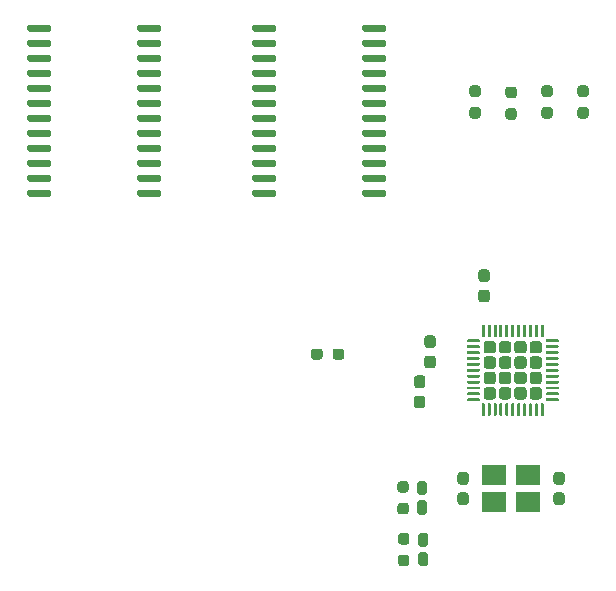
<source format=gbr>
%TF.GenerationSoftware,KiCad,Pcbnew,(5.1.9)-1*%
%TF.CreationDate,2022-01-24T16:54:11-08:00*%
%TF.ProjectId,pspMidi,7073704d-6964-4692-9e6b-696361645f70,rev?*%
%TF.SameCoordinates,Original*%
%TF.FileFunction,Paste,Top*%
%TF.FilePolarity,Positive*%
%FSLAX46Y46*%
G04 Gerber Fmt 4.6, Leading zero omitted, Abs format (unit mm)*
G04 Created by KiCad (PCBNEW (5.1.9)-1) date 2022-01-24 16:54:11*
%MOMM*%
%LPD*%
G01*
G04 APERTURE LIST*
%ADD10R,2.100000X1.800000*%
G04 APERTURE END LIST*
%TO.C,C5*%
G36*
G01*
X218423500Y-82579500D02*
X217948500Y-82579500D01*
G75*
G02*
X217711000Y-82342000I0J237500D01*
G01*
X217711000Y-81742000D01*
G75*
G02*
X217948500Y-81504500I237500J0D01*
G01*
X218423500Y-81504500D01*
G75*
G02*
X218661000Y-81742000I0J-237500D01*
G01*
X218661000Y-82342000D01*
G75*
G02*
X218423500Y-82579500I-237500J0D01*
G01*
G37*
G36*
G01*
X218423500Y-84304500D02*
X217948500Y-84304500D01*
G75*
G02*
X217711000Y-84067000I0J237500D01*
G01*
X217711000Y-83467000D01*
G75*
G02*
X217948500Y-83229500I237500J0D01*
G01*
X218423500Y-83229500D01*
G75*
G02*
X218661000Y-83467000I0J-237500D01*
G01*
X218661000Y-84067000D01*
G75*
G02*
X218423500Y-84304500I-237500J0D01*
G01*
G37*
%TD*%
D10*
%TO.C,Y1*%
X226494000Y-95638000D03*
X223594000Y-95638000D03*
X223594000Y-93338000D03*
X226494000Y-93338000D03*
%TD*%
%TO.C,U3*%
G36*
G01*
X193363000Y-55649000D02*
X193363000Y-55349000D01*
G75*
G02*
X193513000Y-55199000I150000J0D01*
G01*
X195263000Y-55199000D01*
G75*
G02*
X195413000Y-55349000I0J-150000D01*
G01*
X195413000Y-55649000D01*
G75*
G02*
X195263000Y-55799000I-150000J0D01*
G01*
X193513000Y-55799000D01*
G75*
G02*
X193363000Y-55649000I0J150000D01*
G01*
G37*
G36*
G01*
X193363000Y-56919000D02*
X193363000Y-56619000D01*
G75*
G02*
X193513000Y-56469000I150000J0D01*
G01*
X195263000Y-56469000D01*
G75*
G02*
X195413000Y-56619000I0J-150000D01*
G01*
X195413000Y-56919000D01*
G75*
G02*
X195263000Y-57069000I-150000J0D01*
G01*
X193513000Y-57069000D01*
G75*
G02*
X193363000Y-56919000I0J150000D01*
G01*
G37*
G36*
G01*
X193363000Y-58189000D02*
X193363000Y-57889000D01*
G75*
G02*
X193513000Y-57739000I150000J0D01*
G01*
X195263000Y-57739000D01*
G75*
G02*
X195413000Y-57889000I0J-150000D01*
G01*
X195413000Y-58189000D01*
G75*
G02*
X195263000Y-58339000I-150000J0D01*
G01*
X193513000Y-58339000D01*
G75*
G02*
X193363000Y-58189000I0J150000D01*
G01*
G37*
G36*
G01*
X193363000Y-59459000D02*
X193363000Y-59159000D01*
G75*
G02*
X193513000Y-59009000I150000J0D01*
G01*
X195263000Y-59009000D01*
G75*
G02*
X195413000Y-59159000I0J-150000D01*
G01*
X195413000Y-59459000D01*
G75*
G02*
X195263000Y-59609000I-150000J0D01*
G01*
X193513000Y-59609000D01*
G75*
G02*
X193363000Y-59459000I0J150000D01*
G01*
G37*
G36*
G01*
X193363000Y-60729000D02*
X193363000Y-60429000D01*
G75*
G02*
X193513000Y-60279000I150000J0D01*
G01*
X195263000Y-60279000D01*
G75*
G02*
X195413000Y-60429000I0J-150000D01*
G01*
X195413000Y-60729000D01*
G75*
G02*
X195263000Y-60879000I-150000J0D01*
G01*
X193513000Y-60879000D01*
G75*
G02*
X193363000Y-60729000I0J150000D01*
G01*
G37*
G36*
G01*
X193363000Y-61999000D02*
X193363000Y-61699000D01*
G75*
G02*
X193513000Y-61549000I150000J0D01*
G01*
X195263000Y-61549000D01*
G75*
G02*
X195413000Y-61699000I0J-150000D01*
G01*
X195413000Y-61999000D01*
G75*
G02*
X195263000Y-62149000I-150000J0D01*
G01*
X193513000Y-62149000D01*
G75*
G02*
X193363000Y-61999000I0J150000D01*
G01*
G37*
G36*
G01*
X193363000Y-63269000D02*
X193363000Y-62969000D01*
G75*
G02*
X193513000Y-62819000I150000J0D01*
G01*
X195263000Y-62819000D01*
G75*
G02*
X195413000Y-62969000I0J-150000D01*
G01*
X195413000Y-63269000D01*
G75*
G02*
X195263000Y-63419000I-150000J0D01*
G01*
X193513000Y-63419000D01*
G75*
G02*
X193363000Y-63269000I0J150000D01*
G01*
G37*
G36*
G01*
X193363000Y-64539000D02*
X193363000Y-64239000D01*
G75*
G02*
X193513000Y-64089000I150000J0D01*
G01*
X195263000Y-64089000D01*
G75*
G02*
X195413000Y-64239000I0J-150000D01*
G01*
X195413000Y-64539000D01*
G75*
G02*
X195263000Y-64689000I-150000J0D01*
G01*
X193513000Y-64689000D01*
G75*
G02*
X193363000Y-64539000I0J150000D01*
G01*
G37*
G36*
G01*
X193363000Y-65809000D02*
X193363000Y-65509000D01*
G75*
G02*
X193513000Y-65359000I150000J0D01*
G01*
X195263000Y-65359000D01*
G75*
G02*
X195413000Y-65509000I0J-150000D01*
G01*
X195413000Y-65809000D01*
G75*
G02*
X195263000Y-65959000I-150000J0D01*
G01*
X193513000Y-65959000D01*
G75*
G02*
X193363000Y-65809000I0J150000D01*
G01*
G37*
G36*
G01*
X193363000Y-67079000D02*
X193363000Y-66779000D01*
G75*
G02*
X193513000Y-66629000I150000J0D01*
G01*
X195263000Y-66629000D01*
G75*
G02*
X195413000Y-66779000I0J-150000D01*
G01*
X195413000Y-67079000D01*
G75*
G02*
X195263000Y-67229000I-150000J0D01*
G01*
X193513000Y-67229000D01*
G75*
G02*
X193363000Y-67079000I0J150000D01*
G01*
G37*
G36*
G01*
X193363000Y-68349000D02*
X193363000Y-68049000D01*
G75*
G02*
X193513000Y-67899000I150000J0D01*
G01*
X195263000Y-67899000D01*
G75*
G02*
X195413000Y-68049000I0J-150000D01*
G01*
X195413000Y-68349000D01*
G75*
G02*
X195263000Y-68499000I-150000J0D01*
G01*
X193513000Y-68499000D01*
G75*
G02*
X193363000Y-68349000I0J150000D01*
G01*
G37*
G36*
G01*
X193363000Y-69619000D02*
X193363000Y-69319000D01*
G75*
G02*
X193513000Y-69169000I150000J0D01*
G01*
X195263000Y-69169000D01*
G75*
G02*
X195413000Y-69319000I0J-150000D01*
G01*
X195413000Y-69619000D01*
G75*
G02*
X195263000Y-69769000I-150000J0D01*
G01*
X193513000Y-69769000D01*
G75*
G02*
X193363000Y-69619000I0J150000D01*
G01*
G37*
G36*
G01*
X184063000Y-69619000D02*
X184063000Y-69319000D01*
G75*
G02*
X184213000Y-69169000I150000J0D01*
G01*
X185963000Y-69169000D01*
G75*
G02*
X186113000Y-69319000I0J-150000D01*
G01*
X186113000Y-69619000D01*
G75*
G02*
X185963000Y-69769000I-150000J0D01*
G01*
X184213000Y-69769000D01*
G75*
G02*
X184063000Y-69619000I0J150000D01*
G01*
G37*
G36*
G01*
X184063000Y-68349000D02*
X184063000Y-68049000D01*
G75*
G02*
X184213000Y-67899000I150000J0D01*
G01*
X185963000Y-67899000D01*
G75*
G02*
X186113000Y-68049000I0J-150000D01*
G01*
X186113000Y-68349000D01*
G75*
G02*
X185963000Y-68499000I-150000J0D01*
G01*
X184213000Y-68499000D01*
G75*
G02*
X184063000Y-68349000I0J150000D01*
G01*
G37*
G36*
G01*
X184063000Y-67079000D02*
X184063000Y-66779000D01*
G75*
G02*
X184213000Y-66629000I150000J0D01*
G01*
X185963000Y-66629000D01*
G75*
G02*
X186113000Y-66779000I0J-150000D01*
G01*
X186113000Y-67079000D01*
G75*
G02*
X185963000Y-67229000I-150000J0D01*
G01*
X184213000Y-67229000D01*
G75*
G02*
X184063000Y-67079000I0J150000D01*
G01*
G37*
G36*
G01*
X184063000Y-65809000D02*
X184063000Y-65509000D01*
G75*
G02*
X184213000Y-65359000I150000J0D01*
G01*
X185963000Y-65359000D01*
G75*
G02*
X186113000Y-65509000I0J-150000D01*
G01*
X186113000Y-65809000D01*
G75*
G02*
X185963000Y-65959000I-150000J0D01*
G01*
X184213000Y-65959000D01*
G75*
G02*
X184063000Y-65809000I0J150000D01*
G01*
G37*
G36*
G01*
X184063000Y-64539000D02*
X184063000Y-64239000D01*
G75*
G02*
X184213000Y-64089000I150000J0D01*
G01*
X185963000Y-64089000D01*
G75*
G02*
X186113000Y-64239000I0J-150000D01*
G01*
X186113000Y-64539000D01*
G75*
G02*
X185963000Y-64689000I-150000J0D01*
G01*
X184213000Y-64689000D01*
G75*
G02*
X184063000Y-64539000I0J150000D01*
G01*
G37*
G36*
G01*
X184063000Y-63269000D02*
X184063000Y-62969000D01*
G75*
G02*
X184213000Y-62819000I150000J0D01*
G01*
X185963000Y-62819000D01*
G75*
G02*
X186113000Y-62969000I0J-150000D01*
G01*
X186113000Y-63269000D01*
G75*
G02*
X185963000Y-63419000I-150000J0D01*
G01*
X184213000Y-63419000D01*
G75*
G02*
X184063000Y-63269000I0J150000D01*
G01*
G37*
G36*
G01*
X184063000Y-61999000D02*
X184063000Y-61699000D01*
G75*
G02*
X184213000Y-61549000I150000J0D01*
G01*
X185963000Y-61549000D01*
G75*
G02*
X186113000Y-61699000I0J-150000D01*
G01*
X186113000Y-61999000D01*
G75*
G02*
X185963000Y-62149000I-150000J0D01*
G01*
X184213000Y-62149000D01*
G75*
G02*
X184063000Y-61999000I0J150000D01*
G01*
G37*
G36*
G01*
X184063000Y-60729000D02*
X184063000Y-60429000D01*
G75*
G02*
X184213000Y-60279000I150000J0D01*
G01*
X185963000Y-60279000D01*
G75*
G02*
X186113000Y-60429000I0J-150000D01*
G01*
X186113000Y-60729000D01*
G75*
G02*
X185963000Y-60879000I-150000J0D01*
G01*
X184213000Y-60879000D01*
G75*
G02*
X184063000Y-60729000I0J150000D01*
G01*
G37*
G36*
G01*
X184063000Y-59459000D02*
X184063000Y-59159000D01*
G75*
G02*
X184213000Y-59009000I150000J0D01*
G01*
X185963000Y-59009000D01*
G75*
G02*
X186113000Y-59159000I0J-150000D01*
G01*
X186113000Y-59459000D01*
G75*
G02*
X185963000Y-59609000I-150000J0D01*
G01*
X184213000Y-59609000D01*
G75*
G02*
X184063000Y-59459000I0J150000D01*
G01*
G37*
G36*
G01*
X184063000Y-58189000D02*
X184063000Y-57889000D01*
G75*
G02*
X184213000Y-57739000I150000J0D01*
G01*
X185963000Y-57739000D01*
G75*
G02*
X186113000Y-57889000I0J-150000D01*
G01*
X186113000Y-58189000D01*
G75*
G02*
X185963000Y-58339000I-150000J0D01*
G01*
X184213000Y-58339000D01*
G75*
G02*
X184063000Y-58189000I0J150000D01*
G01*
G37*
G36*
G01*
X184063000Y-56919000D02*
X184063000Y-56619000D01*
G75*
G02*
X184213000Y-56469000I150000J0D01*
G01*
X185963000Y-56469000D01*
G75*
G02*
X186113000Y-56619000I0J-150000D01*
G01*
X186113000Y-56919000D01*
G75*
G02*
X185963000Y-57069000I-150000J0D01*
G01*
X184213000Y-57069000D01*
G75*
G02*
X184063000Y-56919000I0J150000D01*
G01*
G37*
G36*
G01*
X184063000Y-55649000D02*
X184063000Y-55349000D01*
G75*
G02*
X184213000Y-55199000I150000J0D01*
G01*
X185963000Y-55199000D01*
G75*
G02*
X186113000Y-55349000I0J-150000D01*
G01*
X186113000Y-55649000D01*
G75*
G02*
X185963000Y-55799000I-150000J0D01*
G01*
X184213000Y-55799000D01*
G75*
G02*
X184063000Y-55649000I0J150000D01*
G01*
G37*
%TD*%
%TO.C,U2*%
G36*
G01*
X212413000Y-55649000D02*
X212413000Y-55349000D01*
G75*
G02*
X212563000Y-55199000I150000J0D01*
G01*
X214313000Y-55199000D01*
G75*
G02*
X214463000Y-55349000I0J-150000D01*
G01*
X214463000Y-55649000D01*
G75*
G02*
X214313000Y-55799000I-150000J0D01*
G01*
X212563000Y-55799000D01*
G75*
G02*
X212413000Y-55649000I0J150000D01*
G01*
G37*
G36*
G01*
X212413000Y-56919000D02*
X212413000Y-56619000D01*
G75*
G02*
X212563000Y-56469000I150000J0D01*
G01*
X214313000Y-56469000D01*
G75*
G02*
X214463000Y-56619000I0J-150000D01*
G01*
X214463000Y-56919000D01*
G75*
G02*
X214313000Y-57069000I-150000J0D01*
G01*
X212563000Y-57069000D01*
G75*
G02*
X212413000Y-56919000I0J150000D01*
G01*
G37*
G36*
G01*
X212413000Y-58189000D02*
X212413000Y-57889000D01*
G75*
G02*
X212563000Y-57739000I150000J0D01*
G01*
X214313000Y-57739000D01*
G75*
G02*
X214463000Y-57889000I0J-150000D01*
G01*
X214463000Y-58189000D01*
G75*
G02*
X214313000Y-58339000I-150000J0D01*
G01*
X212563000Y-58339000D01*
G75*
G02*
X212413000Y-58189000I0J150000D01*
G01*
G37*
G36*
G01*
X212413000Y-59459000D02*
X212413000Y-59159000D01*
G75*
G02*
X212563000Y-59009000I150000J0D01*
G01*
X214313000Y-59009000D01*
G75*
G02*
X214463000Y-59159000I0J-150000D01*
G01*
X214463000Y-59459000D01*
G75*
G02*
X214313000Y-59609000I-150000J0D01*
G01*
X212563000Y-59609000D01*
G75*
G02*
X212413000Y-59459000I0J150000D01*
G01*
G37*
G36*
G01*
X212413000Y-60729000D02*
X212413000Y-60429000D01*
G75*
G02*
X212563000Y-60279000I150000J0D01*
G01*
X214313000Y-60279000D01*
G75*
G02*
X214463000Y-60429000I0J-150000D01*
G01*
X214463000Y-60729000D01*
G75*
G02*
X214313000Y-60879000I-150000J0D01*
G01*
X212563000Y-60879000D01*
G75*
G02*
X212413000Y-60729000I0J150000D01*
G01*
G37*
G36*
G01*
X212413000Y-61999000D02*
X212413000Y-61699000D01*
G75*
G02*
X212563000Y-61549000I150000J0D01*
G01*
X214313000Y-61549000D01*
G75*
G02*
X214463000Y-61699000I0J-150000D01*
G01*
X214463000Y-61999000D01*
G75*
G02*
X214313000Y-62149000I-150000J0D01*
G01*
X212563000Y-62149000D01*
G75*
G02*
X212413000Y-61999000I0J150000D01*
G01*
G37*
G36*
G01*
X212413000Y-63269000D02*
X212413000Y-62969000D01*
G75*
G02*
X212563000Y-62819000I150000J0D01*
G01*
X214313000Y-62819000D01*
G75*
G02*
X214463000Y-62969000I0J-150000D01*
G01*
X214463000Y-63269000D01*
G75*
G02*
X214313000Y-63419000I-150000J0D01*
G01*
X212563000Y-63419000D01*
G75*
G02*
X212413000Y-63269000I0J150000D01*
G01*
G37*
G36*
G01*
X212413000Y-64539000D02*
X212413000Y-64239000D01*
G75*
G02*
X212563000Y-64089000I150000J0D01*
G01*
X214313000Y-64089000D01*
G75*
G02*
X214463000Y-64239000I0J-150000D01*
G01*
X214463000Y-64539000D01*
G75*
G02*
X214313000Y-64689000I-150000J0D01*
G01*
X212563000Y-64689000D01*
G75*
G02*
X212413000Y-64539000I0J150000D01*
G01*
G37*
G36*
G01*
X212413000Y-65809000D02*
X212413000Y-65509000D01*
G75*
G02*
X212563000Y-65359000I150000J0D01*
G01*
X214313000Y-65359000D01*
G75*
G02*
X214463000Y-65509000I0J-150000D01*
G01*
X214463000Y-65809000D01*
G75*
G02*
X214313000Y-65959000I-150000J0D01*
G01*
X212563000Y-65959000D01*
G75*
G02*
X212413000Y-65809000I0J150000D01*
G01*
G37*
G36*
G01*
X212413000Y-67079000D02*
X212413000Y-66779000D01*
G75*
G02*
X212563000Y-66629000I150000J0D01*
G01*
X214313000Y-66629000D01*
G75*
G02*
X214463000Y-66779000I0J-150000D01*
G01*
X214463000Y-67079000D01*
G75*
G02*
X214313000Y-67229000I-150000J0D01*
G01*
X212563000Y-67229000D01*
G75*
G02*
X212413000Y-67079000I0J150000D01*
G01*
G37*
G36*
G01*
X212413000Y-68349000D02*
X212413000Y-68049000D01*
G75*
G02*
X212563000Y-67899000I150000J0D01*
G01*
X214313000Y-67899000D01*
G75*
G02*
X214463000Y-68049000I0J-150000D01*
G01*
X214463000Y-68349000D01*
G75*
G02*
X214313000Y-68499000I-150000J0D01*
G01*
X212563000Y-68499000D01*
G75*
G02*
X212413000Y-68349000I0J150000D01*
G01*
G37*
G36*
G01*
X212413000Y-69619000D02*
X212413000Y-69319000D01*
G75*
G02*
X212563000Y-69169000I150000J0D01*
G01*
X214313000Y-69169000D01*
G75*
G02*
X214463000Y-69319000I0J-150000D01*
G01*
X214463000Y-69619000D01*
G75*
G02*
X214313000Y-69769000I-150000J0D01*
G01*
X212563000Y-69769000D01*
G75*
G02*
X212413000Y-69619000I0J150000D01*
G01*
G37*
G36*
G01*
X203113000Y-69619000D02*
X203113000Y-69319000D01*
G75*
G02*
X203263000Y-69169000I150000J0D01*
G01*
X205013000Y-69169000D01*
G75*
G02*
X205163000Y-69319000I0J-150000D01*
G01*
X205163000Y-69619000D01*
G75*
G02*
X205013000Y-69769000I-150000J0D01*
G01*
X203263000Y-69769000D01*
G75*
G02*
X203113000Y-69619000I0J150000D01*
G01*
G37*
G36*
G01*
X203113000Y-68349000D02*
X203113000Y-68049000D01*
G75*
G02*
X203263000Y-67899000I150000J0D01*
G01*
X205013000Y-67899000D01*
G75*
G02*
X205163000Y-68049000I0J-150000D01*
G01*
X205163000Y-68349000D01*
G75*
G02*
X205013000Y-68499000I-150000J0D01*
G01*
X203263000Y-68499000D01*
G75*
G02*
X203113000Y-68349000I0J150000D01*
G01*
G37*
G36*
G01*
X203113000Y-67079000D02*
X203113000Y-66779000D01*
G75*
G02*
X203263000Y-66629000I150000J0D01*
G01*
X205013000Y-66629000D01*
G75*
G02*
X205163000Y-66779000I0J-150000D01*
G01*
X205163000Y-67079000D01*
G75*
G02*
X205013000Y-67229000I-150000J0D01*
G01*
X203263000Y-67229000D01*
G75*
G02*
X203113000Y-67079000I0J150000D01*
G01*
G37*
G36*
G01*
X203113000Y-65809000D02*
X203113000Y-65509000D01*
G75*
G02*
X203263000Y-65359000I150000J0D01*
G01*
X205013000Y-65359000D01*
G75*
G02*
X205163000Y-65509000I0J-150000D01*
G01*
X205163000Y-65809000D01*
G75*
G02*
X205013000Y-65959000I-150000J0D01*
G01*
X203263000Y-65959000D01*
G75*
G02*
X203113000Y-65809000I0J150000D01*
G01*
G37*
G36*
G01*
X203113000Y-64539000D02*
X203113000Y-64239000D01*
G75*
G02*
X203263000Y-64089000I150000J0D01*
G01*
X205013000Y-64089000D01*
G75*
G02*
X205163000Y-64239000I0J-150000D01*
G01*
X205163000Y-64539000D01*
G75*
G02*
X205013000Y-64689000I-150000J0D01*
G01*
X203263000Y-64689000D01*
G75*
G02*
X203113000Y-64539000I0J150000D01*
G01*
G37*
G36*
G01*
X203113000Y-63269000D02*
X203113000Y-62969000D01*
G75*
G02*
X203263000Y-62819000I150000J0D01*
G01*
X205013000Y-62819000D01*
G75*
G02*
X205163000Y-62969000I0J-150000D01*
G01*
X205163000Y-63269000D01*
G75*
G02*
X205013000Y-63419000I-150000J0D01*
G01*
X203263000Y-63419000D01*
G75*
G02*
X203113000Y-63269000I0J150000D01*
G01*
G37*
G36*
G01*
X203113000Y-61999000D02*
X203113000Y-61699000D01*
G75*
G02*
X203263000Y-61549000I150000J0D01*
G01*
X205013000Y-61549000D01*
G75*
G02*
X205163000Y-61699000I0J-150000D01*
G01*
X205163000Y-61999000D01*
G75*
G02*
X205013000Y-62149000I-150000J0D01*
G01*
X203263000Y-62149000D01*
G75*
G02*
X203113000Y-61999000I0J150000D01*
G01*
G37*
G36*
G01*
X203113000Y-60729000D02*
X203113000Y-60429000D01*
G75*
G02*
X203263000Y-60279000I150000J0D01*
G01*
X205013000Y-60279000D01*
G75*
G02*
X205163000Y-60429000I0J-150000D01*
G01*
X205163000Y-60729000D01*
G75*
G02*
X205013000Y-60879000I-150000J0D01*
G01*
X203263000Y-60879000D01*
G75*
G02*
X203113000Y-60729000I0J150000D01*
G01*
G37*
G36*
G01*
X203113000Y-59459000D02*
X203113000Y-59159000D01*
G75*
G02*
X203263000Y-59009000I150000J0D01*
G01*
X205013000Y-59009000D01*
G75*
G02*
X205163000Y-59159000I0J-150000D01*
G01*
X205163000Y-59459000D01*
G75*
G02*
X205013000Y-59609000I-150000J0D01*
G01*
X203263000Y-59609000D01*
G75*
G02*
X203113000Y-59459000I0J150000D01*
G01*
G37*
G36*
G01*
X203113000Y-58189000D02*
X203113000Y-57889000D01*
G75*
G02*
X203263000Y-57739000I150000J0D01*
G01*
X205013000Y-57739000D01*
G75*
G02*
X205163000Y-57889000I0J-150000D01*
G01*
X205163000Y-58189000D01*
G75*
G02*
X205013000Y-58339000I-150000J0D01*
G01*
X203263000Y-58339000D01*
G75*
G02*
X203113000Y-58189000I0J150000D01*
G01*
G37*
G36*
G01*
X203113000Y-56919000D02*
X203113000Y-56619000D01*
G75*
G02*
X203263000Y-56469000I150000J0D01*
G01*
X205013000Y-56469000D01*
G75*
G02*
X205163000Y-56619000I0J-150000D01*
G01*
X205163000Y-56919000D01*
G75*
G02*
X205013000Y-57069000I-150000J0D01*
G01*
X203263000Y-57069000D01*
G75*
G02*
X203113000Y-56919000I0J150000D01*
G01*
G37*
G36*
G01*
X203113000Y-55649000D02*
X203113000Y-55349000D01*
G75*
G02*
X203263000Y-55199000I150000J0D01*
G01*
X205013000Y-55199000D01*
G75*
G02*
X205163000Y-55349000I0J-150000D01*
G01*
X205163000Y-55649000D01*
G75*
G02*
X205013000Y-55799000I-150000J0D01*
G01*
X203263000Y-55799000D01*
G75*
G02*
X203113000Y-55649000I0J150000D01*
G01*
G37*
%TD*%
%TO.C,U1*%
G36*
G01*
X226611000Y-86695001D02*
X226611000Y-86144999D01*
G75*
G02*
X226860999Y-85895000I249999J0D01*
G01*
X227411001Y-85895000D01*
G75*
G02*
X227661000Y-86144999I0J-249999D01*
G01*
X227661000Y-86695001D01*
G75*
G02*
X227411001Y-86945000I-249999J0D01*
G01*
X226860999Y-86945000D01*
G75*
G02*
X226611000Y-86695001I0J249999D01*
G01*
G37*
G36*
G01*
X226611000Y-85395001D02*
X226611000Y-84844999D01*
G75*
G02*
X226860999Y-84595000I249999J0D01*
G01*
X227411001Y-84595000D01*
G75*
G02*
X227661000Y-84844999I0J-249999D01*
G01*
X227661000Y-85395001D01*
G75*
G02*
X227411001Y-85645000I-249999J0D01*
G01*
X226860999Y-85645000D01*
G75*
G02*
X226611000Y-85395001I0J249999D01*
G01*
G37*
G36*
G01*
X226611000Y-84095001D02*
X226611000Y-83544999D01*
G75*
G02*
X226860999Y-83295000I249999J0D01*
G01*
X227411001Y-83295000D01*
G75*
G02*
X227661000Y-83544999I0J-249999D01*
G01*
X227661000Y-84095001D01*
G75*
G02*
X227411001Y-84345000I-249999J0D01*
G01*
X226860999Y-84345000D01*
G75*
G02*
X226611000Y-84095001I0J249999D01*
G01*
G37*
G36*
G01*
X226611000Y-82795001D02*
X226611000Y-82244999D01*
G75*
G02*
X226860999Y-81995000I249999J0D01*
G01*
X227411001Y-81995000D01*
G75*
G02*
X227661000Y-82244999I0J-249999D01*
G01*
X227661000Y-82795001D01*
G75*
G02*
X227411001Y-83045000I-249999J0D01*
G01*
X226860999Y-83045000D01*
G75*
G02*
X226611000Y-82795001I0J249999D01*
G01*
G37*
G36*
G01*
X225311000Y-86695001D02*
X225311000Y-86144999D01*
G75*
G02*
X225560999Y-85895000I249999J0D01*
G01*
X226111001Y-85895000D01*
G75*
G02*
X226361000Y-86144999I0J-249999D01*
G01*
X226361000Y-86695001D01*
G75*
G02*
X226111001Y-86945000I-249999J0D01*
G01*
X225560999Y-86945000D01*
G75*
G02*
X225311000Y-86695001I0J249999D01*
G01*
G37*
G36*
G01*
X225311000Y-85395001D02*
X225311000Y-84844999D01*
G75*
G02*
X225560999Y-84595000I249999J0D01*
G01*
X226111001Y-84595000D01*
G75*
G02*
X226361000Y-84844999I0J-249999D01*
G01*
X226361000Y-85395001D01*
G75*
G02*
X226111001Y-85645000I-249999J0D01*
G01*
X225560999Y-85645000D01*
G75*
G02*
X225311000Y-85395001I0J249999D01*
G01*
G37*
G36*
G01*
X225311000Y-84095001D02*
X225311000Y-83544999D01*
G75*
G02*
X225560999Y-83295000I249999J0D01*
G01*
X226111001Y-83295000D01*
G75*
G02*
X226361000Y-83544999I0J-249999D01*
G01*
X226361000Y-84095001D01*
G75*
G02*
X226111001Y-84345000I-249999J0D01*
G01*
X225560999Y-84345000D01*
G75*
G02*
X225311000Y-84095001I0J249999D01*
G01*
G37*
G36*
G01*
X225311000Y-82795001D02*
X225311000Y-82244999D01*
G75*
G02*
X225560999Y-81995000I249999J0D01*
G01*
X226111001Y-81995000D01*
G75*
G02*
X226361000Y-82244999I0J-249999D01*
G01*
X226361000Y-82795001D01*
G75*
G02*
X226111001Y-83045000I-249999J0D01*
G01*
X225560999Y-83045000D01*
G75*
G02*
X225311000Y-82795001I0J249999D01*
G01*
G37*
G36*
G01*
X224011000Y-86695001D02*
X224011000Y-86144999D01*
G75*
G02*
X224260999Y-85895000I249999J0D01*
G01*
X224811001Y-85895000D01*
G75*
G02*
X225061000Y-86144999I0J-249999D01*
G01*
X225061000Y-86695001D01*
G75*
G02*
X224811001Y-86945000I-249999J0D01*
G01*
X224260999Y-86945000D01*
G75*
G02*
X224011000Y-86695001I0J249999D01*
G01*
G37*
G36*
G01*
X224011000Y-85395001D02*
X224011000Y-84844999D01*
G75*
G02*
X224260999Y-84595000I249999J0D01*
G01*
X224811001Y-84595000D01*
G75*
G02*
X225061000Y-84844999I0J-249999D01*
G01*
X225061000Y-85395001D01*
G75*
G02*
X224811001Y-85645000I-249999J0D01*
G01*
X224260999Y-85645000D01*
G75*
G02*
X224011000Y-85395001I0J249999D01*
G01*
G37*
G36*
G01*
X224011000Y-84095001D02*
X224011000Y-83544999D01*
G75*
G02*
X224260999Y-83295000I249999J0D01*
G01*
X224811001Y-83295000D01*
G75*
G02*
X225061000Y-83544999I0J-249999D01*
G01*
X225061000Y-84095001D01*
G75*
G02*
X224811001Y-84345000I-249999J0D01*
G01*
X224260999Y-84345000D01*
G75*
G02*
X224011000Y-84095001I0J249999D01*
G01*
G37*
G36*
G01*
X224011000Y-82795001D02*
X224011000Y-82244999D01*
G75*
G02*
X224260999Y-81995000I249999J0D01*
G01*
X224811001Y-81995000D01*
G75*
G02*
X225061000Y-82244999I0J-249999D01*
G01*
X225061000Y-82795001D01*
G75*
G02*
X224811001Y-83045000I-249999J0D01*
G01*
X224260999Y-83045000D01*
G75*
G02*
X224011000Y-82795001I0J249999D01*
G01*
G37*
G36*
G01*
X222711000Y-86695001D02*
X222711000Y-86144999D01*
G75*
G02*
X222960999Y-85895000I249999J0D01*
G01*
X223511001Y-85895000D01*
G75*
G02*
X223761000Y-86144999I0J-249999D01*
G01*
X223761000Y-86695001D01*
G75*
G02*
X223511001Y-86945000I-249999J0D01*
G01*
X222960999Y-86945000D01*
G75*
G02*
X222711000Y-86695001I0J249999D01*
G01*
G37*
G36*
G01*
X222711000Y-85395001D02*
X222711000Y-84844999D01*
G75*
G02*
X222960999Y-84595000I249999J0D01*
G01*
X223511001Y-84595000D01*
G75*
G02*
X223761000Y-84844999I0J-249999D01*
G01*
X223761000Y-85395001D01*
G75*
G02*
X223511001Y-85645000I-249999J0D01*
G01*
X222960999Y-85645000D01*
G75*
G02*
X222711000Y-85395001I0J249999D01*
G01*
G37*
G36*
G01*
X222711000Y-84095001D02*
X222711000Y-83544999D01*
G75*
G02*
X222960999Y-83295000I249999J0D01*
G01*
X223511001Y-83295000D01*
G75*
G02*
X223761000Y-83544999I0J-249999D01*
G01*
X223761000Y-84095001D01*
G75*
G02*
X223511001Y-84345000I-249999J0D01*
G01*
X222960999Y-84345000D01*
G75*
G02*
X222711000Y-84095001I0J249999D01*
G01*
G37*
G36*
G01*
X222711000Y-82795001D02*
X222711000Y-82244999D01*
G75*
G02*
X222960999Y-81995000I249999J0D01*
G01*
X223511001Y-81995000D01*
G75*
G02*
X223761000Y-82244999I0J-249999D01*
G01*
X223761000Y-82795001D01*
G75*
G02*
X223511001Y-83045000I-249999J0D01*
G01*
X222960999Y-83045000D01*
G75*
G02*
X222711000Y-82795001I0J249999D01*
G01*
G37*
G36*
G01*
X222561000Y-81607500D02*
X222561000Y-80657500D01*
G75*
G02*
X222623500Y-80595000I62500J0D01*
G01*
X222748500Y-80595000D01*
G75*
G02*
X222811000Y-80657500I0J-62500D01*
G01*
X222811000Y-81607500D01*
G75*
G02*
X222748500Y-81670000I-62500J0D01*
G01*
X222623500Y-81670000D01*
G75*
G02*
X222561000Y-81607500I0J62500D01*
G01*
G37*
G36*
G01*
X223061000Y-81607500D02*
X223061000Y-80657500D01*
G75*
G02*
X223123500Y-80595000I62500J0D01*
G01*
X223248500Y-80595000D01*
G75*
G02*
X223311000Y-80657500I0J-62500D01*
G01*
X223311000Y-81607500D01*
G75*
G02*
X223248500Y-81670000I-62500J0D01*
G01*
X223123500Y-81670000D01*
G75*
G02*
X223061000Y-81607500I0J62500D01*
G01*
G37*
G36*
G01*
X223561000Y-81607500D02*
X223561000Y-80657500D01*
G75*
G02*
X223623500Y-80595000I62500J0D01*
G01*
X223748500Y-80595000D01*
G75*
G02*
X223811000Y-80657500I0J-62500D01*
G01*
X223811000Y-81607500D01*
G75*
G02*
X223748500Y-81670000I-62500J0D01*
G01*
X223623500Y-81670000D01*
G75*
G02*
X223561000Y-81607500I0J62500D01*
G01*
G37*
G36*
G01*
X224061000Y-81607500D02*
X224061000Y-80657500D01*
G75*
G02*
X224123500Y-80595000I62500J0D01*
G01*
X224248500Y-80595000D01*
G75*
G02*
X224311000Y-80657500I0J-62500D01*
G01*
X224311000Y-81607500D01*
G75*
G02*
X224248500Y-81670000I-62500J0D01*
G01*
X224123500Y-81670000D01*
G75*
G02*
X224061000Y-81607500I0J62500D01*
G01*
G37*
G36*
G01*
X224561000Y-81607500D02*
X224561000Y-80657500D01*
G75*
G02*
X224623500Y-80595000I62500J0D01*
G01*
X224748500Y-80595000D01*
G75*
G02*
X224811000Y-80657500I0J-62500D01*
G01*
X224811000Y-81607500D01*
G75*
G02*
X224748500Y-81670000I-62500J0D01*
G01*
X224623500Y-81670000D01*
G75*
G02*
X224561000Y-81607500I0J62500D01*
G01*
G37*
G36*
G01*
X225061000Y-81607500D02*
X225061000Y-80657500D01*
G75*
G02*
X225123500Y-80595000I62500J0D01*
G01*
X225248500Y-80595000D01*
G75*
G02*
X225311000Y-80657500I0J-62500D01*
G01*
X225311000Y-81607500D01*
G75*
G02*
X225248500Y-81670000I-62500J0D01*
G01*
X225123500Y-81670000D01*
G75*
G02*
X225061000Y-81607500I0J62500D01*
G01*
G37*
G36*
G01*
X225561000Y-81607500D02*
X225561000Y-80657500D01*
G75*
G02*
X225623500Y-80595000I62500J0D01*
G01*
X225748500Y-80595000D01*
G75*
G02*
X225811000Y-80657500I0J-62500D01*
G01*
X225811000Y-81607500D01*
G75*
G02*
X225748500Y-81670000I-62500J0D01*
G01*
X225623500Y-81670000D01*
G75*
G02*
X225561000Y-81607500I0J62500D01*
G01*
G37*
G36*
G01*
X226061000Y-81607500D02*
X226061000Y-80657500D01*
G75*
G02*
X226123500Y-80595000I62500J0D01*
G01*
X226248500Y-80595000D01*
G75*
G02*
X226311000Y-80657500I0J-62500D01*
G01*
X226311000Y-81607500D01*
G75*
G02*
X226248500Y-81670000I-62500J0D01*
G01*
X226123500Y-81670000D01*
G75*
G02*
X226061000Y-81607500I0J62500D01*
G01*
G37*
G36*
G01*
X226561000Y-81607500D02*
X226561000Y-80657500D01*
G75*
G02*
X226623500Y-80595000I62500J0D01*
G01*
X226748500Y-80595000D01*
G75*
G02*
X226811000Y-80657500I0J-62500D01*
G01*
X226811000Y-81607500D01*
G75*
G02*
X226748500Y-81670000I-62500J0D01*
G01*
X226623500Y-81670000D01*
G75*
G02*
X226561000Y-81607500I0J62500D01*
G01*
G37*
G36*
G01*
X227061000Y-81607500D02*
X227061000Y-80657500D01*
G75*
G02*
X227123500Y-80595000I62500J0D01*
G01*
X227248500Y-80595000D01*
G75*
G02*
X227311000Y-80657500I0J-62500D01*
G01*
X227311000Y-81607500D01*
G75*
G02*
X227248500Y-81670000I-62500J0D01*
G01*
X227123500Y-81670000D01*
G75*
G02*
X227061000Y-81607500I0J62500D01*
G01*
G37*
G36*
G01*
X227561000Y-81607500D02*
X227561000Y-80657500D01*
G75*
G02*
X227623500Y-80595000I62500J0D01*
G01*
X227748500Y-80595000D01*
G75*
G02*
X227811000Y-80657500I0J-62500D01*
G01*
X227811000Y-81607500D01*
G75*
G02*
X227748500Y-81670000I-62500J0D01*
G01*
X227623500Y-81670000D01*
G75*
G02*
X227561000Y-81607500I0J62500D01*
G01*
G37*
G36*
G01*
X227986000Y-82032500D02*
X227986000Y-81907500D01*
G75*
G02*
X228048500Y-81845000I62500J0D01*
G01*
X228998500Y-81845000D01*
G75*
G02*
X229061000Y-81907500I0J-62500D01*
G01*
X229061000Y-82032500D01*
G75*
G02*
X228998500Y-82095000I-62500J0D01*
G01*
X228048500Y-82095000D01*
G75*
G02*
X227986000Y-82032500I0J62500D01*
G01*
G37*
G36*
G01*
X227986000Y-82532500D02*
X227986000Y-82407500D01*
G75*
G02*
X228048500Y-82345000I62500J0D01*
G01*
X228998500Y-82345000D01*
G75*
G02*
X229061000Y-82407500I0J-62500D01*
G01*
X229061000Y-82532500D01*
G75*
G02*
X228998500Y-82595000I-62500J0D01*
G01*
X228048500Y-82595000D01*
G75*
G02*
X227986000Y-82532500I0J62500D01*
G01*
G37*
G36*
G01*
X227986000Y-83032500D02*
X227986000Y-82907500D01*
G75*
G02*
X228048500Y-82845000I62500J0D01*
G01*
X228998500Y-82845000D01*
G75*
G02*
X229061000Y-82907500I0J-62500D01*
G01*
X229061000Y-83032500D01*
G75*
G02*
X228998500Y-83095000I-62500J0D01*
G01*
X228048500Y-83095000D01*
G75*
G02*
X227986000Y-83032500I0J62500D01*
G01*
G37*
G36*
G01*
X227986000Y-83532500D02*
X227986000Y-83407500D01*
G75*
G02*
X228048500Y-83345000I62500J0D01*
G01*
X228998500Y-83345000D01*
G75*
G02*
X229061000Y-83407500I0J-62500D01*
G01*
X229061000Y-83532500D01*
G75*
G02*
X228998500Y-83595000I-62500J0D01*
G01*
X228048500Y-83595000D01*
G75*
G02*
X227986000Y-83532500I0J62500D01*
G01*
G37*
G36*
G01*
X227986000Y-84032500D02*
X227986000Y-83907500D01*
G75*
G02*
X228048500Y-83845000I62500J0D01*
G01*
X228998500Y-83845000D01*
G75*
G02*
X229061000Y-83907500I0J-62500D01*
G01*
X229061000Y-84032500D01*
G75*
G02*
X228998500Y-84095000I-62500J0D01*
G01*
X228048500Y-84095000D01*
G75*
G02*
X227986000Y-84032500I0J62500D01*
G01*
G37*
G36*
G01*
X227986000Y-84532500D02*
X227986000Y-84407500D01*
G75*
G02*
X228048500Y-84345000I62500J0D01*
G01*
X228998500Y-84345000D01*
G75*
G02*
X229061000Y-84407500I0J-62500D01*
G01*
X229061000Y-84532500D01*
G75*
G02*
X228998500Y-84595000I-62500J0D01*
G01*
X228048500Y-84595000D01*
G75*
G02*
X227986000Y-84532500I0J62500D01*
G01*
G37*
G36*
G01*
X227986000Y-85032500D02*
X227986000Y-84907500D01*
G75*
G02*
X228048500Y-84845000I62500J0D01*
G01*
X228998500Y-84845000D01*
G75*
G02*
X229061000Y-84907500I0J-62500D01*
G01*
X229061000Y-85032500D01*
G75*
G02*
X228998500Y-85095000I-62500J0D01*
G01*
X228048500Y-85095000D01*
G75*
G02*
X227986000Y-85032500I0J62500D01*
G01*
G37*
G36*
G01*
X227986000Y-85532500D02*
X227986000Y-85407500D01*
G75*
G02*
X228048500Y-85345000I62500J0D01*
G01*
X228998500Y-85345000D01*
G75*
G02*
X229061000Y-85407500I0J-62500D01*
G01*
X229061000Y-85532500D01*
G75*
G02*
X228998500Y-85595000I-62500J0D01*
G01*
X228048500Y-85595000D01*
G75*
G02*
X227986000Y-85532500I0J62500D01*
G01*
G37*
G36*
G01*
X227986000Y-86032500D02*
X227986000Y-85907500D01*
G75*
G02*
X228048500Y-85845000I62500J0D01*
G01*
X228998500Y-85845000D01*
G75*
G02*
X229061000Y-85907500I0J-62500D01*
G01*
X229061000Y-86032500D01*
G75*
G02*
X228998500Y-86095000I-62500J0D01*
G01*
X228048500Y-86095000D01*
G75*
G02*
X227986000Y-86032500I0J62500D01*
G01*
G37*
G36*
G01*
X227986000Y-86532500D02*
X227986000Y-86407500D01*
G75*
G02*
X228048500Y-86345000I62500J0D01*
G01*
X228998500Y-86345000D01*
G75*
G02*
X229061000Y-86407500I0J-62500D01*
G01*
X229061000Y-86532500D01*
G75*
G02*
X228998500Y-86595000I-62500J0D01*
G01*
X228048500Y-86595000D01*
G75*
G02*
X227986000Y-86532500I0J62500D01*
G01*
G37*
G36*
G01*
X227986000Y-87032500D02*
X227986000Y-86907500D01*
G75*
G02*
X228048500Y-86845000I62500J0D01*
G01*
X228998500Y-86845000D01*
G75*
G02*
X229061000Y-86907500I0J-62500D01*
G01*
X229061000Y-87032500D01*
G75*
G02*
X228998500Y-87095000I-62500J0D01*
G01*
X228048500Y-87095000D01*
G75*
G02*
X227986000Y-87032500I0J62500D01*
G01*
G37*
G36*
G01*
X227561000Y-88282500D02*
X227561000Y-87332500D01*
G75*
G02*
X227623500Y-87270000I62500J0D01*
G01*
X227748500Y-87270000D01*
G75*
G02*
X227811000Y-87332500I0J-62500D01*
G01*
X227811000Y-88282500D01*
G75*
G02*
X227748500Y-88345000I-62500J0D01*
G01*
X227623500Y-88345000D01*
G75*
G02*
X227561000Y-88282500I0J62500D01*
G01*
G37*
G36*
G01*
X227061000Y-88282500D02*
X227061000Y-87332500D01*
G75*
G02*
X227123500Y-87270000I62500J0D01*
G01*
X227248500Y-87270000D01*
G75*
G02*
X227311000Y-87332500I0J-62500D01*
G01*
X227311000Y-88282500D01*
G75*
G02*
X227248500Y-88345000I-62500J0D01*
G01*
X227123500Y-88345000D01*
G75*
G02*
X227061000Y-88282500I0J62500D01*
G01*
G37*
G36*
G01*
X226561000Y-88282500D02*
X226561000Y-87332500D01*
G75*
G02*
X226623500Y-87270000I62500J0D01*
G01*
X226748500Y-87270000D01*
G75*
G02*
X226811000Y-87332500I0J-62500D01*
G01*
X226811000Y-88282500D01*
G75*
G02*
X226748500Y-88345000I-62500J0D01*
G01*
X226623500Y-88345000D01*
G75*
G02*
X226561000Y-88282500I0J62500D01*
G01*
G37*
G36*
G01*
X226061000Y-88282500D02*
X226061000Y-87332500D01*
G75*
G02*
X226123500Y-87270000I62500J0D01*
G01*
X226248500Y-87270000D01*
G75*
G02*
X226311000Y-87332500I0J-62500D01*
G01*
X226311000Y-88282500D01*
G75*
G02*
X226248500Y-88345000I-62500J0D01*
G01*
X226123500Y-88345000D01*
G75*
G02*
X226061000Y-88282500I0J62500D01*
G01*
G37*
G36*
G01*
X225561000Y-88282500D02*
X225561000Y-87332500D01*
G75*
G02*
X225623500Y-87270000I62500J0D01*
G01*
X225748500Y-87270000D01*
G75*
G02*
X225811000Y-87332500I0J-62500D01*
G01*
X225811000Y-88282500D01*
G75*
G02*
X225748500Y-88345000I-62500J0D01*
G01*
X225623500Y-88345000D01*
G75*
G02*
X225561000Y-88282500I0J62500D01*
G01*
G37*
G36*
G01*
X225061000Y-88282500D02*
X225061000Y-87332500D01*
G75*
G02*
X225123500Y-87270000I62500J0D01*
G01*
X225248500Y-87270000D01*
G75*
G02*
X225311000Y-87332500I0J-62500D01*
G01*
X225311000Y-88282500D01*
G75*
G02*
X225248500Y-88345000I-62500J0D01*
G01*
X225123500Y-88345000D01*
G75*
G02*
X225061000Y-88282500I0J62500D01*
G01*
G37*
G36*
G01*
X224561000Y-88282500D02*
X224561000Y-87332500D01*
G75*
G02*
X224623500Y-87270000I62500J0D01*
G01*
X224748500Y-87270000D01*
G75*
G02*
X224811000Y-87332500I0J-62500D01*
G01*
X224811000Y-88282500D01*
G75*
G02*
X224748500Y-88345000I-62500J0D01*
G01*
X224623500Y-88345000D01*
G75*
G02*
X224561000Y-88282500I0J62500D01*
G01*
G37*
G36*
G01*
X224061000Y-88282500D02*
X224061000Y-87332500D01*
G75*
G02*
X224123500Y-87270000I62500J0D01*
G01*
X224248500Y-87270000D01*
G75*
G02*
X224311000Y-87332500I0J-62500D01*
G01*
X224311000Y-88282500D01*
G75*
G02*
X224248500Y-88345000I-62500J0D01*
G01*
X224123500Y-88345000D01*
G75*
G02*
X224061000Y-88282500I0J62500D01*
G01*
G37*
G36*
G01*
X223561000Y-88282500D02*
X223561000Y-87332500D01*
G75*
G02*
X223623500Y-87270000I62500J0D01*
G01*
X223748500Y-87270000D01*
G75*
G02*
X223811000Y-87332500I0J-62500D01*
G01*
X223811000Y-88282500D01*
G75*
G02*
X223748500Y-88345000I-62500J0D01*
G01*
X223623500Y-88345000D01*
G75*
G02*
X223561000Y-88282500I0J62500D01*
G01*
G37*
G36*
G01*
X223061000Y-88282500D02*
X223061000Y-87332500D01*
G75*
G02*
X223123500Y-87270000I62500J0D01*
G01*
X223248500Y-87270000D01*
G75*
G02*
X223311000Y-87332500I0J-62500D01*
G01*
X223311000Y-88282500D01*
G75*
G02*
X223248500Y-88345000I-62500J0D01*
G01*
X223123500Y-88345000D01*
G75*
G02*
X223061000Y-88282500I0J62500D01*
G01*
G37*
G36*
G01*
X222561000Y-88282500D02*
X222561000Y-87332500D01*
G75*
G02*
X222623500Y-87270000I62500J0D01*
G01*
X222748500Y-87270000D01*
G75*
G02*
X222811000Y-87332500I0J-62500D01*
G01*
X222811000Y-88282500D01*
G75*
G02*
X222748500Y-88345000I-62500J0D01*
G01*
X222623500Y-88345000D01*
G75*
G02*
X222561000Y-88282500I0J62500D01*
G01*
G37*
G36*
G01*
X221311000Y-87032500D02*
X221311000Y-86907500D01*
G75*
G02*
X221373500Y-86845000I62500J0D01*
G01*
X222323500Y-86845000D01*
G75*
G02*
X222386000Y-86907500I0J-62500D01*
G01*
X222386000Y-87032500D01*
G75*
G02*
X222323500Y-87095000I-62500J0D01*
G01*
X221373500Y-87095000D01*
G75*
G02*
X221311000Y-87032500I0J62500D01*
G01*
G37*
G36*
G01*
X221311000Y-86532500D02*
X221311000Y-86407500D01*
G75*
G02*
X221373500Y-86345000I62500J0D01*
G01*
X222323500Y-86345000D01*
G75*
G02*
X222386000Y-86407500I0J-62500D01*
G01*
X222386000Y-86532500D01*
G75*
G02*
X222323500Y-86595000I-62500J0D01*
G01*
X221373500Y-86595000D01*
G75*
G02*
X221311000Y-86532500I0J62500D01*
G01*
G37*
G36*
G01*
X221311000Y-86032500D02*
X221311000Y-85907500D01*
G75*
G02*
X221373500Y-85845000I62500J0D01*
G01*
X222323500Y-85845000D01*
G75*
G02*
X222386000Y-85907500I0J-62500D01*
G01*
X222386000Y-86032500D01*
G75*
G02*
X222323500Y-86095000I-62500J0D01*
G01*
X221373500Y-86095000D01*
G75*
G02*
X221311000Y-86032500I0J62500D01*
G01*
G37*
G36*
G01*
X221311000Y-85532500D02*
X221311000Y-85407500D01*
G75*
G02*
X221373500Y-85345000I62500J0D01*
G01*
X222323500Y-85345000D01*
G75*
G02*
X222386000Y-85407500I0J-62500D01*
G01*
X222386000Y-85532500D01*
G75*
G02*
X222323500Y-85595000I-62500J0D01*
G01*
X221373500Y-85595000D01*
G75*
G02*
X221311000Y-85532500I0J62500D01*
G01*
G37*
G36*
G01*
X221311000Y-85032500D02*
X221311000Y-84907500D01*
G75*
G02*
X221373500Y-84845000I62500J0D01*
G01*
X222323500Y-84845000D01*
G75*
G02*
X222386000Y-84907500I0J-62500D01*
G01*
X222386000Y-85032500D01*
G75*
G02*
X222323500Y-85095000I-62500J0D01*
G01*
X221373500Y-85095000D01*
G75*
G02*
X221311000Y-85032500I0J62500D01*
G01*
G37*
G36*
G01*
X221311000Y-84532500D02*
X221311000Y-84407500D01*
G75*
G02*
X221373500Y-84345000I62500J0D01*
G01*
X222323500Y-84345000D01*
G75*
G02*
X222386000Y-84407500I0J-62500D01*
G01*
X222386000Y-84532500D01*
G75*
G02*
X222323500Y-84595000I-62500J0D01*
G01*
X221373500Y-84595000D01*
G75*
G02*
X221311000Y-84532500I0J62500D01*
G01*
G37*
G36*
G01*
X221311000Y-84032500D02*
X221311000Y-83907500D01*
G75*
G02*
X221373500Y-83845000I62500J0D01*
G01*
X222323500Y-83845000D01*
G75*
G02*
X222386000Y-83907500I0J-62500D01*
G01*
X222386000Y-84032500D01*
G75*
G02*
X222323500Y-84095000I-62500J0D01*
G01*
X221373500Y-84095000D01*
G75*
G02*
X221311000Y-84032500I0J62500D01*
G01*
G37*
G36*
G01*
X221311000Y-83532500D02*
X221311000Y-83407500D01*
G75*
G02*
X221373500Y-83345000I62500J0D01*
G01*
X222323500Y-83345000D01*
G75*
G02*
X222386000Y-83407500I0J-62500D01*
G01*
X222386000Y-83532500D01*
G75*
G02*
X222323500Y-83595000I-62500J0D01*
G01*
X221373500Y-83595000D01*
G75*
G02*
X221311000Y-83532500I0J62500D01*
G01*
G37*
G36*
G01*
X221311000Y-83032500D02*
X221311000Y-82907500D01*
G75*
G02*
X221373500Y-82845000I62500J0D01*
G01*
X222323500Y-82845000D01*
G75*
G02*
X222386000Y-82907500I0J-62500D01*
G01*
X222386000Y-83032500D01*
G75*
G02*
X222323500Y-83095000I-62500J0D01*
G01*
X221373500Y-83095000D01*
G75*
G02*
X221311000Y-83032500I0J62500D01*
G01*
G37*
G36*
G01*
X221311000Y-82532500D02*
X221311000Y-82407500D01*
G75*
G02*
X221373500Y-82345000I62500J0D01*
G01*
X222323500Y-82345000D01*
G75*
G02*
X222386000Y-82407500I0J-62500D01*
G01*
X222386000Y-82532500D01*
G75*
G02*
X222323500Y-82595000I-62500J0D01*
G01*
X221373500Y-82595000D01*
G75*
G02*
X221311000Y-82532500I0J62500D01*
G01*
G37*
G36*
G01*
X221311000Y-82032500D02*
X221311000Y-81907500D01*
G75*
G02*
X221373500Y-81845000I62500J0D01*
G01*
X222323500Y-81845000D01*
G75*
G02*
X222386000Y-81907500I0J-62500D01*
G01*
X222386000Y-82032500D01*
G75*
G02*
X222323500Y-82095000I-62500J0D01*
G01*
X221373500Y-82095000D01*
G75*
G02*
X221311000Y-82032500I0J62500D01*
G01*
G37*
%TD*%
%TO.C,R7*%
G36*
G01*
X215662500Y-95687500D02*
X216137500Y-95687500D01*
G75*
G02*
X216375000Y-95925000I0J-237500D01*
G01*
X216375000Y-96425000D01*
G75*
G02*
X216137500Y-96662500I-237500J0D01*
G01*
X215662500Y-96662500D01*
G75*
G02*
X215425000Y-96425000I0J237500D01*
G01*
X215425000Y-95925000D01*
G75*
G02*
X215662500Y-95687500I237500J0D01*
G01*
G37*
G36*
G01*
X215662500Y-93862500D02*
X216137500Y-93862500D01*
G75*
G02*
X216375000Y-94100000I0J-237500D01*
G01*
X216375000Y-94600000D01*
G75*
G02*
X216137500Y-94837500I-237500J0D01*
G01*
X215662500Y-94837500D01*
G75*
G02*
X215425000Y-94600000I0J237500D01*
G01*
X215425000Y-94100000D01*
G75*
G02*
X215662500Y-93862500I237500J0D01*
G01*
G37*
%TD*%
%TO.C,R6*%
G36*
G01*
X215712500Y-100075000D02*
X216187500Y-100075000D01*
G75*
G02*
X216425000Y-100312500I0J-237500D01*
G01*
X216425000Y-100812500D01*
G75*
G02*
X216187500Y-101050000I-237500J0D01*
G01*
X215712500Y-101050000D01*
G75*
G02*
X215475000Y-100812500I0J237500D01*
G01*
X215475000Y-100312500D01*
G75*
G02*
X215712500Y-100075000I237500J0D01*
G01*
G37*
G36*
G01*
X215712500Y-98250000D02*
X216187500Y-98250000D01*
G75*
G02*
X216425000Y-98487500I0J-237500D01*
G01*
X216425000Y-98987500D01*
G75*
G02*
X216187500Y-99225000I-237500J0D01*
G01*
X215712500Y-99225000D01*
G75*
G02*
X215475000Y-98987500I0J237500D01*
G01*
X215475000Y-98487500D01*
G75*
G02*
X215712500Y-98250000I237500J0D01*
G01*
G37*
%TD*%
%TO.C,R5*%
G36*
G01*
X209937500Y-83337500D02*
X209937500Y-82862500D01*
G75*
G02*
X210175000Y-82625000I237500J0D01*
G01*
X210675000Y-82625000D01*
G75*
G02*
X210912500Y-82862500I0J-237500D01*
G01*
X210912500Y-83337500D01*
G75*
G02*
X210675000Y-83575000I-237500J0D01*
G01*
X210175000Y-83575000D01*
G75*
G02*
X209937500Y-83337500I0J237500D01*
G01*
G37*
G36*
G01*
X208112500Y-83337500D02*
X208112500Y-82862500D01*
G75*
G02*
X208350000Y-82625000I237500J0D01*
G01*
X208850000Y-82625000D01*
G75*
G02*
X209087500Y-82862500I0J-237500D01*
G01*
X209087500Y-83337500D01*
G75*
G02*
X208850000Y-83575000I-237500J0D01*
G01*
X208350000Y-83575000D01*
G75*
G02*
X208112500Y-83337500I0J237500D01*
G01*
G37*
%TD*%
%TO.C,R4*%
G36*
G01*
X231377500Y-61329000D02*
X230902500Y-61329000D01*
G75*
G02*
X230665000Y-61091500I0J237500D01*
G01*
X230665000Y-60591500D01*
G75*
G02*
X230902500Y-60354000I237500J0D01*
G01*
X231377500Y-60354000D01*
G75*
G02*
X231615000Y-60591500I0J-237500D01*
G01*
X231615000Y-61091500D01*
G75*
G02*
X231377500Y-61329000I-237500J0D01*
G01*
G37*
G36*
G01*
X231377500Y-63154000D02*
X230902500Y-63154000D01*
G75*
G02*
X230665000Y-62916500I0J237500D01*
G01*
X230665000Y-62416500D01*
G75*
G02*
X230902500Y-62179000I237500J0D01*
G01*
X231377500Y-62179000D01*
G75*
G02*
X231615000Y-62416500I0J-237500D01*
G01*
X231615000Y-62916500D01*
G75*
G02*
X231377500Y-63154000I-237500J0D01*
G01*
G37*
%TD*%
%TO.C,R3*%
G36*
G01*
X222233500Y-61329000D02*
X221758500Y-61329000D01*
G75*
G02*
X221521000Y-61091500I0J237500D01*
G01*
X221521000Y-60591500D01*
G75*
G02*
X221758500Y-60354000I237500J0D01*
G01*
X222233500Y-60354000D01*
G75*
G02*
X222471000Y-60591500I0J-237500D01*
G01*
X222471000Y-61091500D01*
G75*
G02*
X222233500Y-61329000I-237500J0D01*
G01*
G37*
G36*
G01*
X222233500Y-63154000D02*
X221758500Y-63154000D01*
G75*
G02*
X221521000Y-62916500I0J237500D01*
G01*
X221521000Y-62416500D01*
G75*
G02*
X221758500Y-62179000I237500J0D01*
G01*
X222233500Y-62179000D01*
G75*
G02*
X222471000Y-62416500I0J-237500D01*
G01*
X222471000Y-62916500D01*
G75*
G02*
X222233500Y-63154000I-237500J0D01*
G01*
G37*
%TD*%
%TO.C,R2*%
G36*
G01*
X224806500Y-62282500D02*
X225281500Y-62282500D01*
G75*
G02*
X225519000Y-62520000I0J-237500D01*
G01*
X225519000Y-63020000D01*
G75*
G02*
X225281500Y-63257500I-237500J0D01*
G01*
X224806500Y-63257500D01*
G75*
G02*
X224569000Y-63020000I0J237500D01*
G01*
X224569000Y-62520000D01*
G75*
G02*
X224806500Y-62282500I237500J0D01*
G01*
G37*
G36*
G01*
X224806500Y-60457500D02*
X225281500Y-60457500D01*
G75*
G02*
X225519000Y-60695000I0J-237500D01*
G01*
X225519000Y-61195000D01*
G75*
G02*
X225281500Y-61432500I-237500J0D01*
G01*
X224806500Y-61432500D01*
G75*
G02*
X224569000Y-61195000I0J237500D01*
G01*
X224569000Y-60695000D01*
G75*
G02*
X224806500Y-60457500I237500J0D01*
G01*
G37*
%TD*%
%TO.C,R1*%
G36*
G01*
X228329500Y-61329000D02*
X227854500Y-61329000D01*
G75*
G02*
X227617000Y-61091500I0J237500D01*
G01*
X227617000Y-60591500D01*
G75*
G02*
X227854500Y-60354000I237500J0D01*
G01*
X228329500Y-60354000D01*
G75*
G02*
X228567000Y-60591500I0J-237500D01*
G01*
X228567000Y-61091500D01*
G75*
G02*
X228329500Y-61329000I-237500J0D01*
G01*
G37*
G36*
G01*
X228329500Y-63154000D02*
X227854500Y-63154000D01*
G75*
G02*
X227617000Y-62916500I0J237500D01*
G01*
X227617000Y-62416500D01*
G75*
G02*
X227854500Y-62179000I237500J0D01*
G01*
X228329500Y-62179000D01*
G75*
G02*
X228567000Y-62416500I0J-237500D01*
G01*
X228567000Y-62916500D01*
G75*
G02*
X228329500Y-63154000I-237500J0D01*
G01*
G37*
%TD*%
%TO.C,D2*%
G36*
G01*
X217712500Y-95060999D02*
X217287500Y-95060999D01*
G75*
G02*
X217075000Y-94848499I0J212500D01*
G01*
X217075000Y-94048499D01*
G75*
G02*
X217287500Y-93835999I212500J0D01*
G01*
X217712500Y-93835999D01*
G75*
G02*
X217925000Y-94048499I0J-212500D01*
G01*
X217925000Y-94848499D01*
G75*
G02*
X217712500Y-95060999I-212500J0D01*
G01*
G37*
G36*
G01*
X217712500Y-96685999D02*
X217287500Y-96685999D01*
G75*
G02*
X217075000Y-96473499I0J212500D01*
G01*
X217075000Y-95673499D01*
G75*
G02*
X217287500Y-95460999I212500J0D01*
G01*
X217712500Y-95460999D01*
G75*
G02*
X217925000Y-95673499I0J-212500D01*
G01*
X217925000Y-96473499D01*
G75*
G02*
X217712500Y-96685999I-212500J0D01*
G01*
G37*
%TD*%
%TO.C,D1*%
G36*
G01*
X217394499Y-99839001D02*
X217819499Y-99839001D01*
G75*
G02*
X218031999Y-100051501I0J-212500D01*
G01*
X218031999Y-100851501D01*
G75*
G02*
X217819499Y-101064001I-212500J0D01*
G01*
X217394499Y-101064001D01*
G75*
G02*
X217181999Y-100851501I0J212500D01*
G01*
X217181999Y-100051501D01*
G75*
G02*
X217394499Y-99839001I212500J0D01*
G01*
G37*
G36*
G01*
X217394499Y-98214001D02*
X217819499Y-98214001D01*
G75*
G02*
X218031999Y-98426501I0J-212500D01*
G01*
X218031999Y-99226501D01*
G75*
G02*
X217819499Y-99439001I-212500J0D01*
G01*
X217394499Y-99439001D01*
G75*
G02*
X217181999Y-99226501I0J212500D01*
G01*
X217181999Y-98426501D01*
G75*
G02*
X217394499Y-98214001I212500J0D01*
G01*
G37*
%TD*%
%TO.C,C4*%
G36*
G01*
X222995500Y-76991500D02*
X222520500Y-76991500D01*
G75*
G02*
X222283000Y-76754000I0J237500D01*
G01*
X222283000Y-76154000D01*
G75*
G02*
X222520500Y-75916500I237500J0D01*
G01*
X222995500Y-75916500D01*
G75*
G02*
X223233000Y-76154000I0J-237500D01*
G01*
X223233000Y-76754000D01*
G75*
G02*
X222995500Y-76991500I-237500J0D01*
G01*
G37*
G36*
G01*
X222995500Y-78716500D02*
X222520500Y-78716500D01*
G75*
G02*
X222283000Y-78479000I0J237500D01*
G01*
X222283000Y-77879000D01*
G75*
G02*
X222520500Y-77641500I237500J0D01*
G01*
X222995500Y-77641500D01*
G75*
G02*
X223233000Y-77879000I0J-237500D01*
G01*
X223233000Y-78479000D01*
G75*
G02*
X222995500Y-78716500I-237500J0D01*
G01*
G37*
%TD*%
%TO.C,C3*%
G36*
G01*
X220742500Y-94813000D02*
X221217500Y-94813000D01*
G75*
G02*
X221455000Y-95050500I0J-237500D01*
G01*
X221455000Y-95650500D01*
G75*
G02*
X221217500Y-95888000I-237500J0D01*
G01*
X220742500Y-95888000D01*
G75*
G02*
X220505000Y-95650500I0J237500D01*
G01*
X220505000Y-95050500D01*
G75*
G02*
X220742500Y-94813000I237500J0D01*
G01*
G37*
G36*
G01*
X220742500Y-93088000D02*
X221217500Y-93088000D01*
G75*
G02*
X221455000Y-93325500I0J-237500D01*
G01*
X221455000Y-93925500D01*
G75*
G02*
X221217500Y-94163000I-237500J0D01*
G01*
X220742500Y-94163000D01*
G75*
G02*
X220505000Y-93925500I0J237500D01*
G01*
X220505000Y-93325500D01*
G75*
G02*
X220742500Y-93088000I237500J0D01*
G01*
G37*
%TD*%
%TO.C,C2*%
G36*
G01*
X228870500Y-94813000D02*
X229345500Y-94813000D01*
G75*
G02*
X229583000Y-95050500I0J-237500D01*
G01*
X229583000Y-95650500D01*
G75*
G02*
X229345500Y-95888000I-237500J0D01*
G01*
X228870500Y-95888000D01*
G75*
G02*
X228633000Y-95650500I0J237500D01*
G01*
X228633000Y-95050500D01*
G75*
G02*
X228870500Y-94813000I237500J0D01*
G01*
G37*
G36*
G01*
X228870500Y-93088000D02*
X229345500Y-93088000D01*
G75*
G02*
X229583000Y-93325500I0J-237500D01*
G01*
X229583000Y-93925500D01*
G75*
G02*
X229345500Y-94163000I-237500J0D01*
G01*
X228870500Y-94163000D01*
G75*
G02*
X228633000Y-93925500I0J237500D01*
G01*
X228633000Y-93325500D01*
G75*
G02*
X228870500Y-93088000I237500J0D01*
G01*
G37*
%TD*%
%TO.C,C1*%
G36*
G01*
X217062500Y-86625000D02*
X217537500Y-86625000D01*
G75*
G02*
X217775000Y-86862500I0J-237500D01*
G01*
X217775000Y-87462500D01*
G75*
G02*
X217537500Y-87700000I-237500J0D01*
G01*
X217062500Y-87700000D01*
G75*
G02*
X216825000Y-87462500I0J237500D01*
G01*
X216825000Y-86862500D01*
G75*
G02*
X217062500Y-86625000I237500J0D01*
G01*
G37*
G36*
G01*
X217062500Y-84900000D02*
X217537500Y-84900000D01*
G75*
G02*
X217775000Y-85137500I0J-237500D01*
G01*
X217775000Y-85737500D01*
G75*
G02*
X217537500Y-85975000I-237500J0D01*
G01*
X217062500Y-85975000D01*
G75*
G02*
X216825000Y-85737500I0J237500D01*
G01*
X216825000Y-85137500D01*
G75*
G02*
X217062500Y-84900000I237500J0D01*
G01*
G37*
%TD*%
M02*

</source>
